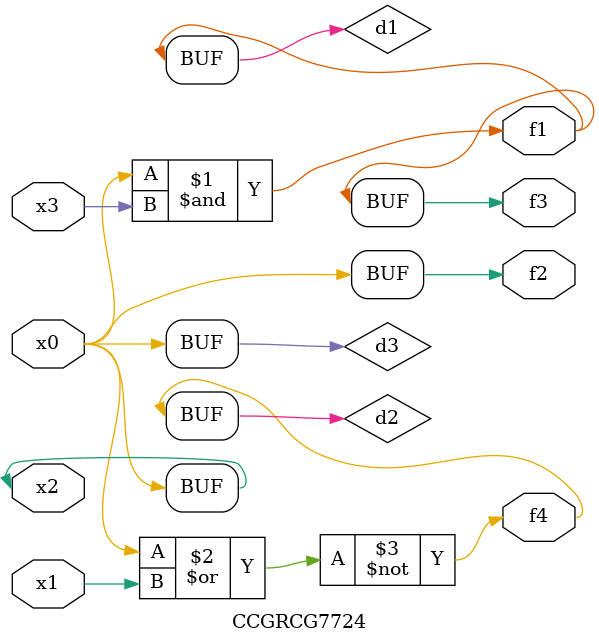
<source format=v>
module CCGRCG7724(
	input x0, x1, x2, x3,
	output f1, f2, f3, f4
);

	wire d1, d2, d3;

	and (d1, x2, x3);
	nor (d2, x0, x1);
	buf (d3, x0, x2);
	assign f1 = d1;
	assign f2 = d3;
	assign f3 = d1;
	assign f4 = d2;
endmodule

</source>
